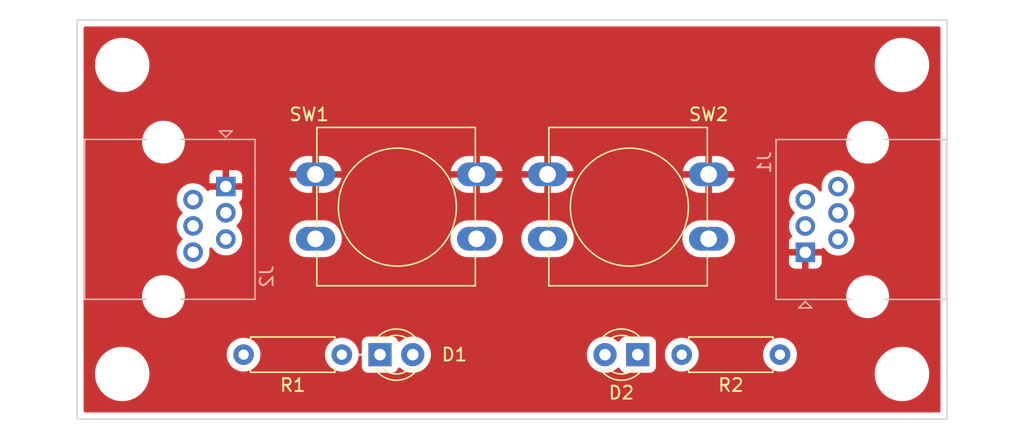
<source format=kicad_pcb>
(kicad_pcb (version 20211014) (generator pcbnew)
  (layers (0 "F.Cu" signal) (31 "B.Cu" signal) (34 "B.Paste" user) (35 "F.Paste" user) (36 "B.SilkS" user "B.Silkscreen") (37 "F.SilkS" user "F.Silkscreen") (38 "B.Mask" user) (39 "F.Mask" user) (44 "Edge.Cuts" user))
  (net 0 "")
  (net 1 "Net-(D1-Pad1)")
  (net 2 "Net-(D1-Pad2)")
  (net 3 "Net-(D2-Pad1)")
  (net 4 "Net-(D2-Pad2)")
  (net 5 "+12V")
  (net 6 "Net-(J1-Pad3)")
  (net 7 "Net-(J1-Pad2)")
  (net 8 "GND")
  (footprint "Resistor_THT:R_Axial_DIN0207_L6.3mm_D2.5mm_P7.62mm_Horizontal" (layer "F.Cu") (at 186.54 148 180)
    (fp_text reference "R1" (at 3.81 -2.37) (layer "F.SilkS"))
    (fp_text value "2k2")
    (fp_line (start 7.08 1.37) (end 7.08 1.04) (layer "F.SilkS") (width 0.12))
    (fp_line (start 0.54 1.37) (end 7.08 1.37) (layer "F.SilkS") (width 0.12))
    (fp_line (start 7.08 -1.37) (end 7.08 -1.04) (layer "F.SilkS") (width 0.12))
    (fp_line (start 0.54 -1.04) (end 0.54 -1.37) (layer "F.SilkS") (width 0.12))
    (fp_line (start 0.54 -1.37) (end 7.08 -1.37) (layer "F.SilkS") (width 0.12))
    (fp_line (start 0.54 1.04) (end 0.54 1.37) (layer "F.SilkS") (width 0.12))
    (pad "1" thru_hole circle locked (at 0 0 180) (size 1.6 1.6) (drill 0.8) (layers *.Cu *.Mask) (net 5 "+12V"))
    (pad "2" thru_hole oval locked (at 7.62 0 180) (size 1.6 1.6) (drill 0.8) (layers *.Cu *.Mask) (net 2 "Net-(D1-Pad2)"))
  )
  (footprint "MountingHole:MountingHole_3.2mm_M3" (layer "F.Cu") (at 169.5 149.5)
    (fp_text reference "REF**")
    (fp_text value "MountingHole_3.2mm_M3")
    (pad "" np_thru_hole circle locked (at 0 0) (size 3.2 3.2) (drill 3.2) (layers *.Cu *.Mask))
  )
  (footprint "LED_THT:LED_D3.0mm" (layer "F.Cu") (at 209.5 148 180)
    (fp_text reference "D2" (at 1.27 -2.96) (layer "F.SilkS"))
    (fp_text value "Green")
    (fp_line (start -0.29 1.08) (end -0.29 1.236) (layer "F.SilkS") (width 0.12))
    (fp_line (start -0.29 -1.236) (end -0.29 -1.08) (layer "F.SilkS") (width 0.12))
    (fp_arc (start 2.31113 1.079837) (mid 1.270117 1.5) (end 0.229039 1.08) (layer "F.SilkS") (width 0.12))
    (fp_arc (start 2.942335 1.078608) (mid 1.366487 1.987659) (end -0.29 1.235516) (layer "F.SilkS") (width 0.12))
    (fp_arc (start -0.29 -1.235516) (mid 1.366487 -1.987659) (end 2.942335 -1.078608) (layer "F.SilkS") (width 0.12))
    (fp_arc (start 0.229039 -1.08) (mid 1.270117 -1.5) (end 2.31113 -1.079837) (layer "F.SilkS") (width 0.12))
    (pad "1" thru_hole rect locked (at 0 0 180) (size 1.8 1.8) (drill 0.9) (layers *.Cu *.Mask) (net 3 "Net-(D2-Pad1)"))
    (pad "2" thru_hole circle locked (at 2.54 0 180) (size 1.8 1.8) (drill 0.9) (layers *.Cu *.Mask) (net 4 "Net-(D2-Pad2)"))
  )
  (footprint "Resistor_THT:R_Axial_DIN0207_L6.3mm_D2.5mm_P7.62mm_Horizontal" (layer "F.Cu") (at 220.535 148 180)
    (fp_text reference "R2" (at 3.81 -2.37) (layer "F.SilkS"))
    (fp_text value "2k2")
    (fp_line (start 0.54 -1.37) (end 7.08 -1.37) (layer "F.SilkS") (width 0.12))
    (fp_line (start 0.54 1.37) (end 7.08 1.37) (layer "F.SilkS") (width 0.12))
    (fp_line (start 0.54 1.04) (end 0.54 1.37) (layer "F.SilkS") (width 0.12))
    (fp_line (start 7.08 -1.37) (end 7.08 -1.04) (layer "F.SilkS") (width 0.12))
    (fp_line (start 0.54 -1.04) (end 0.54 -1.37) (layer "F.SilkS") (width 0.12))
    (fp_line (start 7.08 1.37) (end 7.08 1.04) (layer "F.SilkS") (width 0.12))
    (pad "1" thru_hole circle locked (at 0 0 180) (size 1.6 1.6) (drill 0.8) (layers *.Cu *.Mask) (net 5 "+12V"))
    (pad "2" thru_hole oval locked (at 7.62 0 180) (size 1.6 1.6) (drill 0.8) (layers *.Cu *.Mask) (net 4 "Net-(D2-Pad2)"))
  )
  (footprint "MountingHole:MountingHole_3.2mm_M3" (layer "F.Cu") (at 230 149.5)
    (fp_text reference "REF**")
    (fp_text value "MountingHole_3.2mm_M3")
    (pad "" np_thru_hole circle locked (at 0 0) (size 3.2 3.2) (drill 3.2) (layers *.Cu *.Mask))
  )
  (footprint "LED_THT:LED_D3.0mm" (layer "F.Cu") (at 189.5 148)
    (fp_text reference "D1" (at 5.775 0) (layer "F.SilkS"))
    (fp_text value "Red")
    (fp_line (start -0.29 1.08) (end -0.29 1.236) (layer "F.SilkS") (width 0.12))
    (fp_line (start -0.29 -1.236) (end -0.29 -1.08) (layer "F.SilkS") (width 0.12))
    (fp_arc (start 2.31113 1.079837) (mid 1.270117 1.5) (end 0.229039 1.08) (layer "F.SilkS") (width 0.12))
    (fp_arc (start 0.229039 -1.08) (mid 1.270117 -1.5) (end 2.31113 -1.079837) (layer "F.SilkS") (width 0.12))
    (fp_arc (start 2.942335 1.078608) (mid 1.366487 1.987659) (end -0.29 1.235516) (layer "F.SilkS") (width 0.12))
    (fp_arc (start -0.29 -1.235516) (mid 1.366487 -1.987659) (end 2.942335 -1.078608) (layer "F.SilkS") (width 0.12))
    (pad "1" thru_hole rect locked (at 0 0) (size 1.8 1.8) (drill 0.9) (layers *.Cu *.Mask) (net 1 "Net-(D1-Pad1)"))
    (pad "2" thru_hole circle locked (at 2.54 0) (size 1.8 1.8) (drill 0.9) (layers *.Cu *.Mask) (net 2 "Net-(D1-Pad2)"))
  )
  (footprint "MountingHole:MountingHole_3.2mm_M3" (layer "F.Cu") (at 169.5 125.5)
    (fp_text reference "REF**")
    (fp_text value "MountingHole_3.2mm_M3")
    (pad "" np_thru_hole circle locked (at 0 0) (size 3.2 3.2) (drill 3.2) (layers *.Cu *.Mask))
  )
  (footprint "Button_Switch_THT:SW_PUSH-12mm" (layer "F.Cu") (at 184.5 134)
    (fp_text reference "SW1" (at -0.5 -4.66) (layer "F.SilkS"))
    (fp_text value "STOP")
    (fp_line (start 12.4 -3.65) (end 12.4 -0.93) (layer "F.SilkS") (width 0.12))
    (fp_line (start 0.1 4.07) (end 0.1 0.93) (layer "F.SilkS") (width 0.12))
    (fp_line (start 12.4 5.93) (end 12.4 8.65) (layer "F.SilkS") (width 0.12))
    (fp_line (start 12.4 8.65) (end 0.1 8.65) (layer "F.SilkS") (width 0.12))
    (fp_line (start 0.1 -0.93) (end 0.1 -3.65) (layer "F.SilkS") (width 0.12))
    (fp_line (start 0.1 8.65) (end 0.1 5.93) (layer "F.SilkS") (width 0.12))
    (fp_line (start 0.1 -3.65) (end 12.4 -3.65) (layer "F.SilkS") (width 0.12))
    (fp_line (start 12.4 0.93) (end 12.4 4.07) (layer "F.SilkS") (width 0.12))
    (fp_circle (center 6.35 2.54) (end 10.16 5.08) (layer "F.SilkS") (width 0.12) (fill none))
    (pad "1" thru_hole oval locked (at 0 0) (size 3.048 1.85) (drill 1.3) (layers *.Cu *.Mask) (net 8 "GND"))
    (pad "1" thru_hole oval locked (at 12.5 0) (size 3.048 1.85) (drill 1.3) (layers *.Cu *.Mask) (net 8 "GND"))
    (pad "2" thru_hole oval locked (at 0 5) (size 3.048 1.85) (drill 1.3) (layers *.Cu *.Mask) (net 6 "Net-(J1-Pad3)"))
    (pad "2" thru_hole oval locked (at 12.5 5) (size 3.048 1.85) (drill 1.3) (layers *.Cu *.Mask) (net 6 "Net-(J1-Pad3)"))
  )
  (footprint "Button_Switch_THT:SW_PUSH-12mm" (layer "F.Cu") (at 202.5 134)
    (fp_text reference "SW2" (at 12.5 -4.66) (layer "F.SilkS"))
    (fp_text value "GO")
    (fp_line (start 12.4 5.93) (end 12.4 8.65) (layer "F.SilkS") (width 0.12))
    (fp_line (start 0.1 -3.65) (end 12.4 -3.65) (layer "F.SilkS") (width 0.12))
    (fp_line (start 12.4 -3.65) (end 12.4 -0.93) (layer "F.SilkS") (width 0.12))
    (fp_line (start 12.4 0.93) (end 12.4 4.07) (layer "F.SilkS") (width 0.12))
    (fp_line (start 12.4 8.65) (end 0.1 8.65) (layer "F.SilkS") (width 0.12))
    (fp_line (start 0.1 -0.93) (end 0.1 -3.65) (layer "F.SilkS") (width 0.12))
    (fp_line (start 0.1 8.65) (end 0.1 5.93) (layer "F.SilkS") (width 0.12))
    (fp_line (start 0.1 4.07) (end 0.1 0.93) (layer "F.SilkS") (width 0.12))
    (fp_circle (center 6.35 2.54) (end 10.16 5.08) (layer "F.SilkS") (width 0.12) (fill none))
    (pad "1" thru_hole oval locked (at 0 0) (size 3.048 1.85) (drill 1.3) (layers *.Cu *.Mask) (net 8 "GND"))
    (pad "1" thru_hole oval locked (at 12.5 0) (size 3.048 1.85) (drill 1.3) (layers *.Cu *.Mask) (net 8 "GND"))
    (pad "2" thru_hole oval locked (at 12.5 5) (size 3.048 1.85) (drill 1.3) (layers *.Cu *.Mask) (net 7 "Net-(J1-Pad2)"))
    (pad "2" thru_hole oval locked (at 0 5) (size 3.048 1.85) (drill 1.3) (layers *.Cu *.Mask) (net 7 "Net-(J1-Pad2)"))
  )
  (footprint "MountingHole:MountingHole_3.2mm_M3" (layer "F.Cu") (at 230 125.5)
    (fp_text reference "REF**")
    (fp_text value "MountingHole_3.2mm_M3")
    (pad "" np_thru_hole circle locked (at 0 0) (size 3.2 3.2) (drill 3.2) (layers *.Cu *.Mask))
  )
  (footprint "Connector_RJ:RJ25_Wayconn_MJEA-660X1_Horizontal" (layer "B.Cu") (at 222.5 140.05 -90)
    (fp_text reference "J1" (at -6.985 3.175 90) (layer "B.SilkS") (effects (justify mirror)))
    (fp_text value "RJ12")
    (fp_line (start -8.76 -10.95) (end 3.66 -10.95) (layer "B.SilkS") (width 0.12))
    (fp_line (start 3.66 -6.22) (end 3.66 -10.95) (layer "B.SilkS") (width 0.12))
    (fp_line (start 4.32 0.5) (end 4.32 -0.5) (layer "B.SilkS") (width 0.12))
    (fp_line (start -8.76 2.27) (end 3.66 2.27) (layer "B.SilkS") (width 0.12))
    (fp_line (start -8.76 2.27) (end -8.76 -3.47) (layer "B.SilkS") (width 0.12))
    (fp_line (start 3.66 2.27) (end 3.66 -3.47) (layer "B.SilkS") (width 0.12))
    (fp_line (start -8.76 -6.22) (end -8.76 -10.95) (layer "B.SilkS") (width 0.12))
    (fp_line (start 3.82 0) (end 4.32 -0.5) (layer "B.SilkS") (width 0.12))
    (fp_line (start 4.32 0.5) (end 3.82 0) (layer "B.SilkS") (width 0.12))
    (pad "" np_thru_hole circle locked (at -8.55 -4.84 270) (size 2.3 2.3) (drill 2.3) (layers *.Cu *.Mask))
    (pad "" np_thru_hole circle locked (at 3.45 -4.84 270) (size 2.3 2.3) (drill 2.3) (layers *.Cu *.Mask))
    (pad "1" thru_hole rect locked (at 0 0 270) (size 1.52 1.52) (drill 0.9) (layers *.Cu *.Mask) (net 8 "GND"))
    (pad "2" thru_hole circle locked (at -1.02 -2.54 270) (size 1.52 1.52) (drill 0.9) (layers *.Cu *.Mask) (net 7 "Net-(J1-Pad2)"))
    (pad "3" thru_hole circle locked (at -2.04 0 270) (size 1.52 1.52) (drill 0.9) (layers *.Cu *.Mask) (net 6 "Net-(J1-Pad3)"))
    (pad "4" thru_hole circle locked (at -3.06 -2.54 270) (size 1.52 1.52) (drill 0.9) (layers *.Cu *.Mask) (net 3 "Net-(D2-Pad1)"))
    (pad "5" thru_hole circle locked (at -4.08 0 270) (size 1.52 1.52) (drill 0.9) (layers *.Cu *.Mask) (net 1 "Net-(D1-Pad1)"))
    (pad "6" thru_hole circle locked (at -5.1 -2.54 270) (size 1.52 1.52) (drill 0.9) (layers *.Cu *.Mask) (net 5 "+12V"))
  )
  (footprint "Connector_RJ:RJ25_Wayconn_MJEA-660X1_Horizontal" (layer "B.Cu") (at 177.54 134.94 90)
    (fp_text reference "J2" (at -6.985 3.175 270) (layer "B.SilkS") (effects (justify mirror)))
    (fp_text value "RJ12")
    (fp_line (start -8.76 -6.22) (end -8.76 -10.95) (layer "B.SilkS") (width 0.12))
    (fp_line (start 3.82 0) (end 4.32 -0.5) (layer "B.SilkS") (width 0.12))
    (fp_line (start -8.76 2.27) (end 3.66 2.27) (layer "B.SilkS") (width 0.12))
    (fp_line (start 3.66 2.27) (end 3.66 -3.47) (layer "B.SilkS") (width 0.12))
    (fp_line (start 3.66 -6.22) (end 3.66 -10.95) (layer "B.SilkS") (width 0.12))
    (fp_line (start -8.76 2.27) (end -8.76 -3.47) (layer "B.SilkS") (width 0.12))
    (fp_line (start 4.32 0.5) (end 4.32 -0.5) (layer "B.SilkS") (width 0.12))
    (fp_line (start 4.32 0.5) (end 3.82 0) (layer "B.SilkS") (width 0.12))
    (fp_line (start -8.76 -10.95) (end 3.66 -10.95) (layer "B.SilkS") (width 0.12))
    (pad "" np_thru_hole circle locked (at -8.55 -4.84 90) (size 2.3 2.3) (drill 2.3) (layers *.Cu *.Mask))
    (pad "" np_thru_hole circle locked (at 3.45 -4.84 90) (size 2.3 2.3) (drill 2.3) (layers *.Cu *.Mask))
    (pad "1" thru_hole rect locked (at 0 0 90) (size 1.52 1.52) (drill 0.9) (layers *.Cu *.Mask) (net 8 "GND"))
    (pad "2" thru_hole circle locked (at -1.02 -2.54 90) (size 1.52 1.52) (drill 0.9) (layers *.Cu *.Mask) (net 7 "Net-(J1-Pad2)"))
    (pad "3" thru_hole circle locked (at -2.04 0 90) (size 1.52 1.52) (drill 0.9) (layers *.Cu *.Mask) (net 6 "Net-(J1-Pad3)"))
    (pad "4" thru_hole circle locked (at -3.06 -2.54 90) (size 1.52 1.52) (drill 0.9) (layers *.Cu *.Mask) (net 3 "Net-(D2-Pad1)"))
    (pad "5" thru_hole circle locked (at -4.08 0 90) (size 1.52 1.52) (drill 0.9) (layers *.Cu *.Mask) (net 1 "Net-(D1-Pad1)"))
    (pad "6" thru_hole circle locked (at -5.1 -2.54 90) (size 1.52 1.52) (drill 0.9) (layers *.Cu *.Mask) (net 5 "+12V"))
  )
  (gr_rect (start 166 122) (end 233.5 153) (layer "Edge.Cuts") (width 0.1) (fill none))
  (zone (net 8) (net_name "GND") (layer "F.Cu") (connect_pads (clearance 0.508)) (min_thickness 0.254) (fill yes (thermal_gap 0.508) (thermal_bridge_width 0.508))
    (polygon (pts (xy 233 152.5) (xy 166.5 152.5) (xy 166.5 122.5) (xy 233 122.5)))
  )
)
</source>
